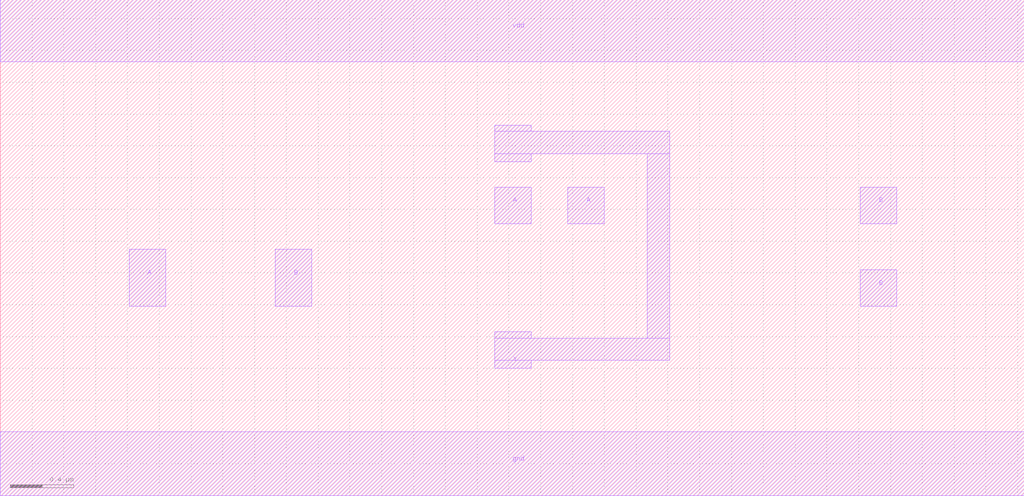
<source format=lef>
VERSION 5.7 ;
  NOWIREEXTENSIONATPIN ON ;
  DIVIDERCHAR "/" ;
  BUSBITCHARS "[]" ;
MACRO XOR2X1
  CLASS CORE ;
  FOREIGN XOR2X1 ;
  ORIGIN 0.000 0.200 ;
  SIZE 6.440 BY 3.120 ;
  SYMMETRY X Y R90 ;
  SITE unithd ;
  PIN vdd
    DIRECTION INOUT ;
    USE POWER ;
    SHAPE ABUTMENT ;
    PORT
      LAYER met2 ;
        RECT 0.000 2.530 6.440 2.920 ;
    END
  END vdd
  PIN gnd
    DIRECTION INOUT ;
    USE GROUND ;
    SHAPE ABUTMENT ;
    PORT
      LAYER met2 ;
        RECT 0.000 -0.200 6.440 0.200 ;
    END
  END gnd
  PIN Y
    DIRECTION INOUT ;
    USE SIGNAL ;
    SHAPE ABUTMENT ;
    PORT
      LAYER met2 ;
        RECT 3.110 2.090 3.340 2.130 ;
        RECT 3.110 1.950 4.210 2.090 ;
        RECT 3.110 1.900 3.340 1.950 ;
        RECT 3.110 0.790 3.340 0.830 ;
        RECT 4.070 0.790 4.210 1.950 ;
        RECT 3.110 0.650 4.210 0.790 ;
        RECT 3.110 0.600 3.340 0.650 ;
    END
  END Y
  PIN A
    DIRECTION INOUT ;
    USE SIGNAL ;
    SHAPE ABUTMENT ;
    PORT
      LAYER met2 ;
        RECT 3.110 1.510 3.340 1.740 ;
    END
    PORT
      LAYER met2 ;
        RECT 3.570 1.510 3.800 1.740 ;
    END
    PORT
      LAYER met2 ;
        RECT 0.810 0.990 1.040 1.350 ;
    END
  END A
  PIN B
    DIRECTION INOUT ;
    USE SIGNAL ;
    SHAPE ABUTMENT ;
    PORT
      LAYER met2 ;
        RECT 5.410 0.990 5.640 1.220 ;
    END
    PORT
      LAYER met2 ;
        RECT 5.410 1.510 5.640 1.740 ;
    END
    PORT
      LAYER met2 ;
        RECT 1.730 0.990 1.960 1.350 ;
    END
  END B
END XOR2X1
END LIBRARY


</source>
